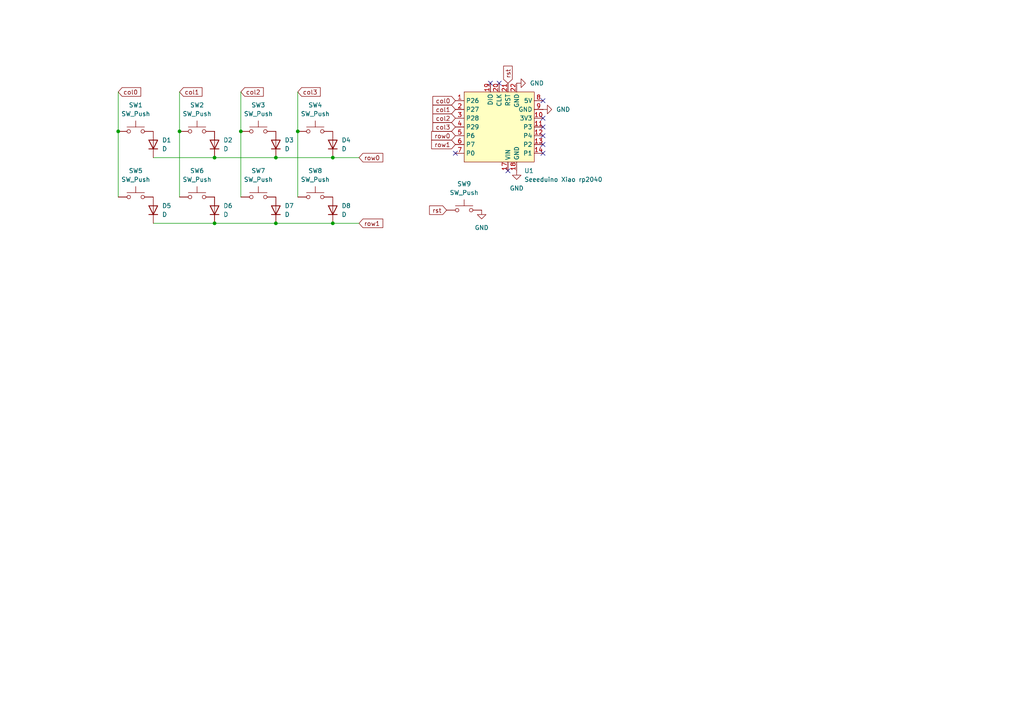
<source format=kicad_sch>
(kicad_sch (version 20231120) (generator "eeschema") (generator_version "8.0")
  (paper "A4")
  (lib_symbols
    (symbol "Device:D" (pin_numbers hide) (pin_names (offset 1.016) hide)
      (property "Reference" "D" (at 0 2.54 0))
      (property "Value" "D" (at 0 -2.54 0))
      (symbol "D_0_1"
        (polyline (pts (xy -1.27 1.27) (xy -1.27 -1.27)) (stroke (width 0.254)))
        (polyline (pts (xy 1.27 0) (xy -1.27 0)))
        (polyline (pts (xy 1.27 1.27) (xy 1.27 -1.27) (xy -1.27 0) (xy 1.27 1.27)) (stroke (width 0.254)))
      )
      (symbol "D_1_1"
        (pin passive line (at -3.81 0 0) (length 2.54) (name "K") (number "1"))
        (pin passive line (at 3.81 0 180) (length 2.54) (name "A") (number "2"))
      )
    )
    (symbol "PCM_marbastlib-promicroish:Seeeduino_Xiao_rp2040" (in_bom no)
      (property "Reference" "U" (at -10.16 -12.7 0))
      (property "Value" "Seeeduino Xiao rp2040" (at -10.16 -15.24 0))
      (symbol "Seeeduino_Xiao_rp2040_1_0"
        (pin bidirectional line (at -12.7 7.62 0) (length 2.54) (name "P26") (number "1"))
        (pin power_out line (at 12.7 2.54 180) (length 2.54) (name "3V3") (number "10"))
        (pin bidirectional line (at 12.7 0 180) (length 2.54) (name "P3") (number "11"))
        (pin bidirectional line (at 12.7 -2.54 180) (length 2.54) (name "P4") (number "12"))
        (pin bidirectional line (at 12.7 -5.08 180) (length 2.54) (name "P2") (number "13"))
        (pin bidirectional line (at 12.7 -7.62 180) (length 2.54) (name "P1") (number "14"))
        (pin power_in line (at 2.54 -12.7 90) (length 2.54) (name "VIN") (number "17"))
        (pin power_in line (at 5.08 -12.7 90) (length 2.54) (name "GND") (number "18"))
        (pin bidirectional line (at -2.54 12.7 270) (length 2.54) (name "DIO") (number "19"))
        (pin bidirectional line (at -12.7 5.08 0) (length 2.54) (name "P27") (number "2"))
        (pin bidirectional line (at 0 12.7 270) (length 2.54) (name "CLK") (number "20"))
        (pin bidirectional line (at 2.54 12.7 270) (length 2.54) (name "RST") (number "21"))
        (pin power_out line (at 5.08 12.7 270) (length 2.54) (name "GND") (number "22"))
        (pin bidirectional line (at -12.7 2.54 0) (length 2.54) (name "P28") (number "3"))
        (pin bidirectional line (at -12.7 0 0) (length 2.54) (name "P29") (number "4"))
        (pin bidirectional line (at -12.7 -2.54 0) (length 2.54) (name "P6") (number "5"))
        (pin bidirectional line (at -12.7 -5.08 0) (length 2.54) (name "P7") (number "6"))
        (pin bidirectional line (at -12.7 -7.62 0) (length 2.54) (name "P0") (number "7"))
        (pin power_out line (at 12.7 7.62 180) (length 2.54) (name "5V") (number "8"))
        (pin power_out line (at 12.7 5.08 180) (length 2.54) (name "GND") (number "9"))
      )
      (symbol "Seeeduino_Xiao_rp2040_1_1"
        (rectangle (start -10.16 10.16) (end 10.16 -10.16) (fill (type background)))
      )
    )
    (symbol "Switch:SW_Push" (pin_numbers hide) (pin_names (offset 1.016) hide)
      (property "Reference" "SW" (at 1.27 2.54 0))
      (property "Value" "SW_Push" (at 0 -1.524 0))
      (symbol "SW_Push_0_1"
        (circle (center -2.032 0) (radius 0.508))
        (polyline (pts (xy 0 1.27) (xy 0 3.048)))
        (polyline (pts (xy 2.54 1.27) (xy -2.54 1.27)))
        (circle (center 2.032 0) (radius 0.508))
        (pin passive line (at -5.08 0 0) (length 2.54) (name "1") (number "1"))
        (pin passive line (at 5.08 0 180) (length 2.54) (name "2") (number "2"))
      )
    )
    (symbol "power:GND" (power) (pin_numbers hide) (pin_names (offset 0) hide)
      (property "Value" "GND" (at 0 -3.81 0))
      (symbol "GND_0_1"
        (polyline (pts (xy 0 0) (xy 0 -1.27) (xy 1.27 -1.27) (xy 0 -2.54) (xy -1.27 -1.27) (xy 0 -1.27)))
      )
      (symbol "GND_1_1"
        (pin power_in line (at 0 0 270) (length 0) (name "~") (number "1"))
      )
    )
  )
  (junction (at 62.23 45.72))
  (junction (at 34.29 38.1))
  (junction (at 80.01 64.77))
  (junction (at 62.23 64.77))
  (junction (at 96.52 45.72))
  (junction (at 86.36 38.1))
  (junction (at 52.07 38.1))
  (junction (at 69.85 38.1))
  (junction (at 96.52 64.77))
  (junction (at 80.01 45.72))
  (no_connect (at 144.78 24.13))
  (no_connect (at 157.48 29.21))
  (no_connect (at 157.48 34.29))
  (no_connect (at 157.48 41.91))
  (no_connect (at 147.32 49.53))
  (no_connect (at 157.48 36.83))
  (no_connect (at 142.24 24.13))
  (no_connect (at 157.48 39.37))
  (no_connect (at 157.48 44.45))
  (no_connect (at 132.08 44.45))
  (wire (pts (xy 69.85 26.67) (xy 69.85 38.1)))
  (wire (pts (xy 62.23 64.77) (xy 80.01 64.77)))
  (wire (pts (xy 34.29 38.1) (xy 34.29 57.15)))
  (wire (pts (xy 34.29 26.67) (xy 34.29 38.1)))
  (wire (pts (xy 62.23 45.72) (xy 80.01 45.72)))
  (wire (pts (xy 52.07 38.1) (xy 52.07 57.15)))
  (wire (pts (xy 86.36 26.67) (xy 86.36 38.1)))
  (wire (pts (xy 44.45 45.72) (xy 62.23 45.72)))
  (wire (pts (xy 52.07 26.67) (xy 52.07 38.1)))
  (wire (pts (xy 96.52 64.77) (xy 104.14 64.77)))
  (wire (pts (xy 96.52 45.72) (xy 104.14 45.72)))
  (wire (pts (xy 69.85 38.1) (xy 69.85 57.15)))
  (wire (pts (xy 80.01 45.72) (xy 96.52 45.72)))
  (wire (pts (xy 80.01 64.77) (xy 96.52 64.77)))
  (wire (pts (xy 44.45 64.77) (xy 62.23 64.77)))
  (wire (pts (xy 86.36 38.1) (xy 86.36 57.15)))
  (global_label "row1" (shape input) (at 104.14 64.77 0) (property "Intersheetrefs" "${INTERSHEET_REFS}" (effects (hide yes))))
  (global_label "col1" (shape input) (at 52.07 26.67 0) (property "Intersheetrefs" "${INTERSHEET_REFS}" (effects (hide yes))))
  (global_label "row1" (shape input) (at 132.08 41.91 180) (property "Intersheetrefs" "${INTERSHEET_REFS}" (effects (hide yes))))
  (global_label "col2" (shape input) (at 132.08 34.29 180) (property "Intersheetrefs" "${INTERSHEET_REFS}" (effects (hide yes))))
  (global_label "rst" (shape input) (at 147.32 24.13 90) (property "Intersheetrefs" "${INTERSHEET_REFS}" (effects (hide yes))))
  (global_label "col0" (shape input) (at 34.29 26.67 0) (property "Intersheetrefs" "${INTERSHEET_REFS}" (effects (hide yes))))
  (global_label "row0" (shape input) (at 132.08 39.37 180) (property "Intersheetrefs" "${INTERSHEET_REFS}" (effects (hide yes))))
  (global_label "col3" (shape input) (at 86.36 26.67 0) (property "Intersheetrefs" "${INTERSHEET_REFS}" (effects (hide yes))))
  (global_label "col3" (shape input) (at 132.08 36.83 180) (property "Intersheetrefs" "${INTERSHEET_REFS}" (effects (hide yes))))
  (global_label "col2" (shape input) (at 69.85 26.67 0) (property "Intersheetrefs" "${INTERSHEET_REFS}" (effects (hide yes))))
  (global_label "col1" (shape input) (at 132.08 31.75 180) (property "Intersheetrefs" "${INTERSHEET_REFS}" (effects (hide yes))))
  (global_label "row0" (shape input) (at 104.14 45.72 0) (property "Intersheetrefs" "${INTERSHEET_REFS}" (effects (hide yes))))
  (global_label "col0" (shape input) (at 132.08 29.21 180) (property "Intersheetrefs" "${INTERSHEET_REFS}" (effects (hide yes))))
  (global_label "rst" (shape input) (at 129.54 60.96 180) (property "Intersheetrefs" "${INTERSHEET_REFS}" (effects (hide yes))))
  (symbol (lib_id "Switch:SW_Push") (at 39.37 38.1 0) (unit 1)
    (property "Reference" "SW1" (at 39.37 30.48 0))
    (property "Value" "SW_Push" (at 39.37 33.02 0))
    (property "Footprint" "PCM_marbastlib-mx:SW_MX_1u" (effects (hide yes)))
    (property "Description" "Push button switch, generic, two pins" (effects (hide yes)))
  )
  (symbol (lib_id "PCM_marbastlib-promicroish:Seeeduino_Xiao_rp2040") (at 144.78 36.83 0) (unit 1) (in_bom no)
    (property "Reference" "U1" (at 152.0541 49.53 0) (effects (justify left)))
    (property "Value" "Seeeduino Xiao rp2040" (at 152.0541 52.07 0) (effects (justify left)))
    (property "Footprint" "PCM_marbastlib-xp-promicroish:Xiao_rp2040_ACH" (effects (hide yes)))
    (property "Description" "Symbol for a Seeeduino Xiao rp2040" (effects (hide yes)))
  )
  (symbol (lib_id "Switch:SW_Push") (at 39.37 57.15 0) (unit 1)
    (property "Reference" "SW5" (at 39.37 49.53 0))
    (property "Value" "SW_Push" (at 39.37 52.07 0))
    (property "Footprint" "PCM_marbastlib-mx:SW_MX_1u" (effects (hide yes)))
    (property "Description" "Push button switch, generic, two pins" (effects (hide yes)))
  )
  (symbol (lib_id "Device:D") (at 80.01 41.91 90) (unit 1)
    (property "Reference" "D3" (at 82.55 40.6399 90) (effects (justify right)))
    (property "Value" "D" (at 82.55 43.1799 90) (effects (justify right)))
    (property "Footprint" "Diode_SMD:D_SOD-323_HandSoldering" (effects (hide yes)))
    (property "Description" "Diode" (effects (hide yes)))
    (property "Sim.Device" "D" (effects (hide yes)))
    (property "Sim.Pins" "1=K 2=A" (effects (hide yes)))
  )
  (symbol (lib_id "Switch:SW_Push") (at 57.15 38.1 0) (unit 1)
    (property "Reference" "SW2" (at 57.15 30.48 0))
    (property "Value" "SW_Push" (at 57.15 33.02 0))
    (property "Footprint" "PCM_marbastlib-mx:SW_MX_1u" (effects (hide yes)))
    (property "Description" "Push button switch, generic, two pins" (effects (hide yes)))
  )
  (symbol (lib_id "power:GND") (at 149.86 49.53 0) (unit 1)
    (property "Reference" "#PWR01" (effects (hide yes)))
    (property "Value" "GND" (at 149.86 54.61 0))
    (property "Description" "Power symbol creates a global label with name \"GND\" , ground" (effects (hide yes)))
  )
  (symbol (lib_id "Device:D") (at 62.23 41.91 90) (unit 1)
    (property "Reference" "D2" (at 64.77 40.6399 90) (effects (justify right)))
    (property "Value" "D" (at 64.77 43.1799 90) (effects (justify right)))
    (property "Footprint" "Diode_SMD:D_SOD-323_HandSoldering" (effects (hide yes)))
    (property "Description" "Diode" (effects (hide yes)))
    (property "Sim.Device" "D" (effects (hide yes)))
    (property "Sim.Pins" "1=K 2=A" (effects (hide yes)))
  )
  (symbol (lib_id "Switch:SW_Push") (at 91.44 57.15 0) (unit 1)
    (property "Reference" "SW8" (at 91.44 49.53 0))
    (property "Value" "SW_Push" (at 91.44 52.07 0))
    (property "Footprint" "PCM_marbastlib-mx:SW_MX_1u" (effects (hide yes)))
    (property "Description" "Push button switch, generic, two pins" (effects (hide yes)))
  )
  (symbol (lib_id "Switch:SW_Push") (at 134.62 60.96 0) (unit 1)
    (property "Reference" "SW9" (at 134.62 53.34 0))
    (property "Value" "SW_Push" (at 134.62 55.88 0))
    (property "Footprint" "PCM_marbastlib-various:SW_SPST_SKQG_WithStem" (effects (hide yes)))
    (property "Description" "Push button switch, generic, two pins" (effects (hide yes)))
  )
  (symbol (lib_id "Switch:SW_Push") (at 57.15 57.15 0) (unit 1)
    (property "Reference" "SW6" (at 57.15 49.53 0))
    (property "Value" "SW_Push" (at 57.15 52.07 0))
    (property "Footprint" "PCM_marbastlib-mx:SW_MX_1u" (effects (hide yes)))
    (property "Description" "Push button switch, generic, two pins" (effects (hide yes)))
  )
  (symbol (lib_id "Device:D") (at 96.52 60.96 90) (unit 1)
    (property "Reference" "D8" (at 99.06 59.6899 90) (effects (justify right)))
    (property "Value" "D" (at 99.06 62.2299 90) (effects (justify right)))
    (property "Footprint" "Diode_SMD:D_SOD-323_HandSoldering" (effects (hide yes)))
    (property "Description" "Diode" (effects (hide yes)))
    (property "Sim.Device" "D" (effects (hide yes)))
    (property "Sim.Pins" "1=K 2=A" (effects (hide yes)))
  )
  (symbol (lib_id "power:GND") (at 149.86 24.13 90) (unit 1)
    (property "Reference" "#PWR02" (effects (hide yes)))
    (property "Value" "GND" (at 153.67 24.1299 90) (effects (justify right)))
    (property "Description" "Power symbol creates a global label with name \"GND\" , ground" (effects (hide yes)))
  )
  (symbol (lib_id "Device:D") (at 62.23 60.96 90) (unit 1)
    (property "Reference" "D6" (at 64.77 59.6899 90) (effects (justify right)))
    (property "Value" "D" (at 64.77 62.2299 90) (effects (justify right)))
    (property "Footprint" "Diode_SMD:D_SOD-323_HandSoldering" (effects (hide yes)))
    (property "Description" "Diode" (effects (hide yes)))
    (property "Sim.Device" "D" (effects (hide yes)))
    (property "Sim.Pins" "1=K 2=A" (effects (hide yes)))
  )
  (symbol (lib_id "Switch:SW_Push") (at 74.93 38.1 0) (unit 1)
    (property "Reference" "SW3" (at 74.93 30.48 0))
    (property "Value" "SW_Push" (at 74.93 33.02 0))
    (property "Footprint" "PCM_marbastlib-mx:SW_MX_1u" (effects (hide yes)))
    (property "Description" "Push button switch, generic, two pins" (effects (hide yes)))
  )
  (symbol (lib_id "Device:D") (at 44.45 60.96 90) (unit 1)
    (property "Reference" "D5" (at 46.99 59.6899 90) (effects (justify right)))
    (property "Value" "D" (at 46.99 62.2299 90) (effects (justify right)))
    (property "Footprint" "Diode_SMD:D_SOD-323_HandSoldering" (effects (hide yes)))
    (property "Description" "Diode" (effects (hide yes)))
    (property "Sim.Device" "D" (effects (hide yes)))
    (property "Sim.Pins" "1=K 2=A" (effects (hide yes)))
  )
  (symbol (lib_id "Device:D") (at 44.45 41.91 90) (unit 1)
    (property "Reference" "D1" (at 46.99 40.6399 90) (effects (justify right)))
    (property "Value" "D" (at 46.99 43.1799 90) (effects (justify right)))
    (property "Footprint" "Diode_SMD:D_SOD-323_HandSoldering" (effects (hide yes)))
    (property "Description" "Diode" (effects (hide yes)))
    (property "Sim.Device" "D" (effects (hide yes)))
    (property "Sim.Pins" "1=K 2=A" (effects (hide yes)))
  )
  (symbol (lib_id "Switch:SW_Push") (at 74.93 57.15 0) (unit 1)
    (property "Reference" "SW7" (at 74.93 49.53 0))
    (property "Value" "SW_Push" (at 74.93 52.07 0))
    (property "Footprint" "PCM_marbastlib-mx:SW_MX_1u" (effects (hide yes)))
    (property "Description" "Push button switch, generic, two pins" (effects (hide yes)))
  )
  (symbol (lib_id "Switch:SW_Push") (at 91.44 38.1 0) (unit 1)
    (property "Reference" "SW4" (at 91.44 30.48 0))
    (property "Value" "SW_Push" (at 91.44 33.02 0))
    (property "Footprint" "PCM_marbastlib-mx:SW_MX_1u" (effects (hide yes)))
    (property "Description" "Push button switch, generic, two pins" (effects (hide yes)))
  )
  (symbol (lib_id "power:GND") (at 139.7 60.96 0) (unit 1)
    (property "Reference" "#PWR03" (effects (hide yes)))
    (property "Value" "GND" (at 139.7 66.04 0))
    (property "Description" "Power symbol creates a global label with name \"GND\" , ground" (effects (hide yes)))
  )
  (symbol (lib_id "power:GND") (at 157.48 31.75 90) (unit 1)
    (property "Reference" "#PWR04" (effects (hide yes)))
    (property "Value" "GND" (at 161.29 31.7499 90) (effects (justify right)))
    (property "Description" "Power symbol creates a global label with name \"GND\" , ground" (effects (hide yes)))
  )
  (symbol (lib_id "Device:D") (at 96.52 41.91 90) (unit 1)
    (property "Reference" "D4" (at 99.06 40.6399 90) (effects (justify right)))
    (property "Value" "D" (at 99.06 43.1799 90) (effects (justify right)))
    (property "Footprint" "Diode_SMD:D_SOD-323_HandSoldering" (effects (hide yes)))
    (property "Description" "Diode" (effects (hide yes)))
    (property "Sim.Device" "D" (effects (hide yes)))
    (property "Sim.Pins" "1=K 2=A" (effects (hide yes)))
  )
  (symbol (lib_id "Device:D") (at 80.01 60.96 90) (unit 1)
    (property "Reference" "D7" (at 82.55 59.6899 90) (effects (justify right)))
    (property "Value" "D" (at 82.55 62.2299 90) (effects (justify right)))
    (property "Footprint" "Diode_SMD:D_SOD-323_HandSoldering" (effects (hide yes)))
    (property "Description" "Diode" (effects (hide yes)))
    (property "Sim.Device" "D" (effects (hide yes)))
    (property "Sim.Pins" "1=K 2=A" (effects (hide yes)))
  )
)
</source>
